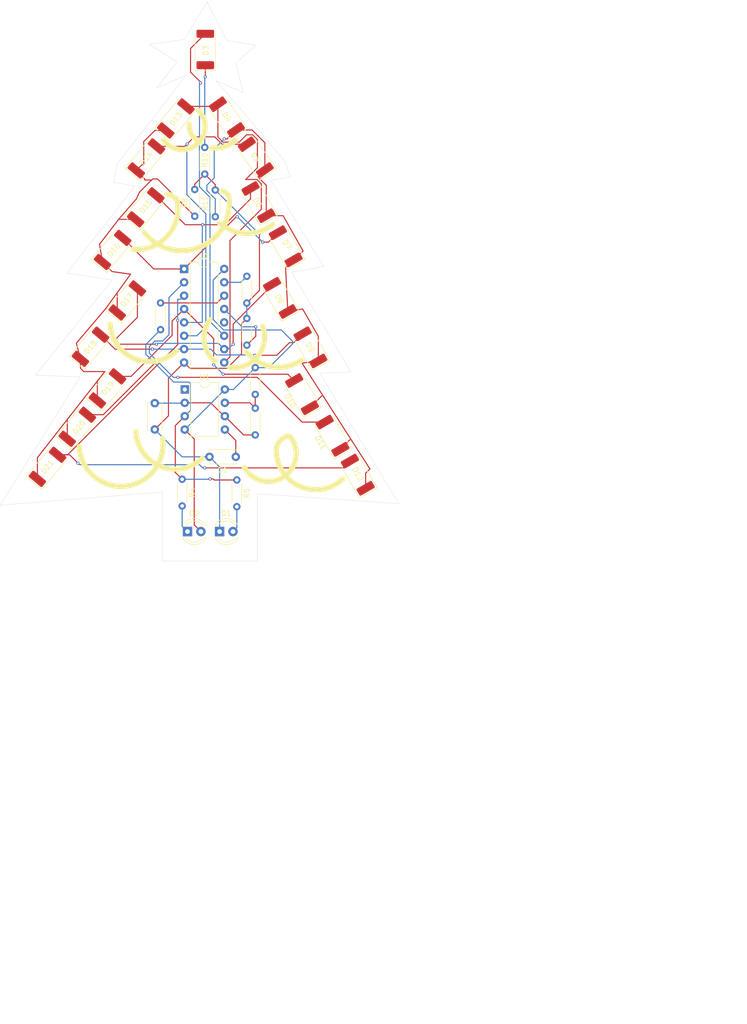
<source format=kicad_pcb>
(kicad_pcb (version 20240108) (generator "pcbnew") (generator_version "8.0")
  (layers (0 "F.Cu" signal) (31 "B.Cu" signal) (34 "B.Paste" user) (35 "F.Paste" user) (36 "B.SilkS" user "B.Silkscreen") (37 "F.SilkS" user "F.Silkscreen") (38 "B.Mask" user) (39 "F.Mask" user) (44 "Edge.Cuts" user))
  (net 0 "")
  (net 1 "Net-(U1-CV)")
  (net 2 "GND")
  (net 3 "Net-(U1-THR)")
  (net 4 "Net-(D1-A)")
  (net 5 "Net-(D2-K)")
  (net 6 "VCC")
  (net 7 "Net-(D3-A)")
  (net 8 "Net-(D3-K)")
  (net 9 "Net-(D10-K)")
  (net 10 "Net-(D13-A)")
  (net 11 "Net-(D14-A)")
  (net 12 "Net-(D15-A)")
  (net 13 "Net-(D16-A)")
  (net 14 "Net-(D17-A)")
  (net 15 "Net-(D18-A)")
  (net 16 "Net-(D10-A)")
  (net 17 "Net-(D11-A)")
  (net 18 "Net-(D12-A)")
  (net 19 "Net-(D13-K)")
  (net 20 "Net-(U2-CLK)")
  (net 21 "Net-(U1-Q)")
  (net 22 "Net-(U1-DIS)")
  (net 23 "Net-(U2-CKEN)")
  (net 24 "Net-(U2-Reset)")
  (net 25 "GND1")
  (footprint "LED_SMD:LED_2512_6332Metric_Pad1.52x3.35mm_HandSolder" (layer "F.Cu") (at 145.41356 60.747217 125)
    (property "Reference" "D4" (at 0.046456 0.015975 125) (layer "F.SilkS"))
    (property "Value" "LED" (hide yes))
    (pad "1" smd roundrect (at -2.9875 0 125) (size 1.525 3.35) (layers "F.Cu" "F.Paste" "F.Mask") (roundrect_rratio 0.163934) (net 9 "Net-(D10-K)"))
    (pad "2" smd roundrect (at 2.9875 0 125) (size 1.525 3.35) (layers "F.Cu" "F.Paste" "F.Mask") (roundrect_rratio 0.163934) (net 10 "Net-(D13-A)"))
  )
  (footprint "LED_SMD:LED_2512_6332Metric_Pad1.52x3.35mm_HandSolder" (layer "F.Cu") (at 155.5 95.1 120)
    (property "Reference" "D8" (at -0.123205 -0.186603 120) (layer "F.SilkS"))
    (property "Value" "LED" (hide yes))
    (pad "1" smd roundrect (at -2.9875 0 120) (size 1.525 3.35) (layers "F.Cu" "F.Paste" "F.Mask") (roundrect_rratio 0.163934) (net 9 "Net-(D10-K)"))
    (pad "2" smd roundrect (at 2.9875 0 120) (size 1.525 3.35) (layers "F.Cu" "F.Paste" "F.Mask") (roundrect_rratio 0.163934) (net 14 "Net-(D17-A)"))
  )
  (footprint "LED_SMD:LED_2512_6332Metric_Pad1.52x3.35mm_HandSolder" (layer "F.Cu") (at 141.3 47.9 90)
    (property "Reference" "D3" (at -0.2 0.1 90) (layer "F.SilkS"))
    (property "Value" "LED")
    (pad "1" smd roundrect (at -2.9875 0 90) (size 1.525 3.35) (layers "F.Cu" "F.Paste" "F.Mask") (roundrect_rratio 0.163934) (net 8 "Net-(D3-K)"))
    (pad "2" smd roundrect (at 2.9875 0 90) (size 1.525 3.35) (layers "F.Cu" "F.Paste" "F.Mask") (roundrect_rratio 0.163934) (net 7 "Net-(D3-A)"))
  )
  (footprint "LED_SMD:LED_2512_6332Metric_Pad1.52x3.35mm_HandSolder" (layer "F.Cu") (at 111.3 127.2 50)
    (property "Reference" "D21" (at 0 0 50) (layer "F.SilkS"))
    (property "Value" "LED")
    (pad "1" smd roundrect (at -2.9875 0 50) (size 1.525 3.35) (layers "F.Cu" "F.Paste" "F.Mask") (roundrect_rratio 0.163934) (net 19 "Net-(D13-K)"))
    (pad "2" smd roundrect (at 2.9875 0 50) (size 1.525 3.35) (layers "F.Cu" "F.Paste" "F.Mask") (roundrect_rratio 0.163934) (net 18 "Net-(D12-A)"))
  )
  (footprint "LED_THT:LED_D4.0mm" (layer "F.Cu") (at 144.025 139.5)
    (property "Reference" "D1" (at 1.27 -3.46 0) (layer "F.SilkS"))
    (property "Value" "LED")
    (pad "1" thru_hole rect (at 0 0) (size 1.8 1.8) (drill 0.9) (layers "*.Cu" "*.Mask") (net 2 "GND"))
    (pad "2" thru_hole circle (at 2.54 0) (size 1.8 1.8) (drill 0.9) (layers "*.Cu" "*.Mask") (net 4 "Net-(D1-A)"))
  )
  (footprint "LED_SMD:LED_2512_6332Metric_Pad1.52x3.35mm_HandSolder" (layer "F.Cu") (at 170.29375 128.687251 120)
    (property "Reference" "D12" (at 0.072437 0.049038 120) (layer "F.SilkS"))
    (property "Value" "LED")
    (pad "1" smd roundrect (at -2.9875 0 120) (size 1.525 3.35) (layers "F.Cu" "F.Paste" "F.Mask") (roundrect_rratio 0.163934) (net 9 "Net-(D10-K)"))
    (pad "2" smd roundrect (at 2.9875 0 120) (size 1.525 3.35) (layers "F.Cu" "F.Paste" "F.Mask") (roundrect_rratio 0.163934) (net 18 "Net-(D12-A)"))
  )
  (footprint "Resistor_THT:R_Axial_DIN0204_L3.6mm_D1.6mm_P5.08mm_Horizontal" (layer "F.Cu") (at 141.2 66.5 -90)
    (property "Reference" "R10" (at 2.4 0 90) (layer "F.SilkS"))
    (property "Value" "2.2K")
    (pad "1" thru_hole circle (at 0 0 270) (size 1.4 1.4) (drill 0.7) (layers "*.Cu" "*.Mask") (net 8 "Net-(D3-K)"))
    (pad "2" thru_hole oval (at 5.08 0 270) (size 1.4 1.4) (drill 0.7) (layers "*.Cu" "*.Mask") (net 2 "GND"))
  )
  (footprint "LED_THT:LED_D4.0mm" (layer "F.Cu") (at 137.925 139.5)
    (property "Reference" "D2" (at 1.27 -3.46 0) (layer "F.SilkS"))
    (property "Value" "LED")
    (pad "1" thru_hole rect (at 0 0) (size 1.8 1.8) (drill 0.9) (layers "*.Cu" "*.Mask") (net 5 "Net-(D2-K)"))
    (pad "2" thru_hole circle (at 2.54 0) (size 1.8 1.8) (drill 0.9) (layers "*.Cu" "*.Mask") (net 6 "VCC"))
  )
  (footprint "Resistor_THT:R_Axial_DIN0204_L3.6mm_D1.6mm_P5.08mm_Horizontal" (layer "F.Cu") (at 150.8 116.06 -90)
    (property "Reference" "R2" (hide yes))
    (property "Value" "10K")
    (pad "1" thru_hole circle (at 0 0 270) (size 1.4 1.4) (drill 0.7) (layers "*.Cu" "*.Mask") (net 22 "Net-(U1-DIS)"))
    (pad "2" thru_hole oval (at 5.08 0 270) (size 1.4 1.4) (drill 0.7) (layers "*.Cu" "*.Mask") (net 3 "Net-(U1-THR)"))
  )
  (footprint "Resistor_THT:R_Axial_DIN0204_L3.6mm_D1.6mm_P5.08mm_Horizontal" (layer "F.Cu") (at 143.2 79.68 90)
    (property "Reference" "R11" (at 2.54 -1.92 90) (layer "F.SilkS"))
    (property "Value" "4.7K")
    (pad "1" thru_hole circle (at 0 0 90) (size 1.4 1.4) (drill 0.7) (layers "*.Cu" "*.Mask") (net 9 "Net-(D10-K)"))
    (pad "2" thru_hole oval (at 5.08 0 90) (size 1.4 1.4) (drill 0.7) (layers "*.Cu" "*.Mask") (net 2 "GND"))
  )
  (footprint "Capacitor_THT:C_Disc_D5.0mm_W2.5mm_P5.00mm" (layer "F.Cu") (at 131.7 115.1 -90)
    (property "Reference" "C2" (hide yes))
    (property "Value" "10u")
    (pad "1" thru_hole circle (at 0 0 270) (size 1.6 1.6) (drill 0.8) (layers "*.Cu" "*.Mask") (net 3 "Net-(U1-THR)"))
    (pad "2" thru_hole circle (at 5 0 270) (size 1.6 1.6) (drill 0.8) (layers "*.Cu" "*.Mask") (net 2 "GND"))
  )
  (footprint "LED_SMD:LED_2512_6332Metric_Pad1.52x3.35mm_HandSolder" (layer "F.Cu") (at 161.3 104.5 120)
    (property "Reference" "D9" (at 0.05 -0.086603 120) (layer "F.SilkS"))
    (property "Value" "LED")
    (pad "1" smd roundrect (at -2.9875 0 120) (size 1.525 3.35) (layers "F.Cu" "F.Paste" "F.Mask") (roundrect_rratio 0.163934) (net 9 "Net-(D10-K)"))
    (pad "2" smd roundrect (at 2.9875 0 120) (size 1.525 3.35) (layers "F.Cu" "F.Paste" "F.Mask") (roundrect_rratio 0.163934) (net 15 "Net-(D18-A)"))
  )
  (footprint "LED_SMD:LED_2512_6332Metric_Pad1.52x3.35mm_HandSolder" (layer "F.Cu") (at 159.69375 113.387251 120)
    (property "Reference" "D10" (at 0 -2.62 120) (layer "F.SilkS"))
    (property "Value" "LED")
    (pad "1" smd roundrect (at -2.9875 0 120) (size 1.525 3.35) (layers "F.Cu" "F.Paste" "F.Mask") (roundrect_rratio 0.163934) (net 9 "Net-(D10-K)"))
    (pad "2" smd roundrect (at 2.9875 0 120) (size 1.525 3.35) (layers "F.Cu" "F.Paste" "F.Mask") (roundrect_rratio 0.163934) (net 16 "Net-(D10-A)"))
  )
  (footprint "LED_SMD:LED_2512_6332Metric_Pad1.52x3.35mm_HandSolder" (layer "F.Cu") (at 116.979672 119.588558 50)
    (property "Reference" "D20" (at 0.120533 0.317019 50) (layer "F.SilkS"))
    (property "Value" "LED")
    (pad "1" smd roundrect (at -2.9875 0 50) (size 1.525 3.35) (layers "F.Cu" "F.Paste" "F.Mask") (roundrect_rratio 0.163934) (net 19 "Net-(D13-K)"))
    (pad "2" smd roundrect (at 2.9875 0 50) (size 1.525 3.35) (layers "F.Cu" "F.Paste" "F.Mask") (roundrect_rratio 0.163934) (net 17 "Net-(D11-A)"))
  )
  (footprint "Resistor_THT:R_Axial_DIN0204_L3.6mm_D1.6mm_P5.08mm_Horizontal" (layer "F.Cu") (at 132.8 101.14 90)
    (property "Reference" "R1" (hide yes))
    (property "Value" "10K")
    (pad "1" thru_hole circle (at 0 0 90) (size 1.4 1.4) (drill 0.7) (layers "*.Cu" "*.Mask") (net 21 "Net-(U1-Q)"))
    (pad "2" thru_hole oval (at 5.08 0 90) (size 1.4 1.4) (drill 0.7) (layers "*.Cu" "*.Mask") (net 20 "Net-(U2-CLK)"))
  )
  (footprint "LED_SMD:LED_2512_6332Metric_Pad1.52x3.35mm_HandSolder" (layer "F.Cu") (at 156.59375 85.287251 120)
    (property "Reference" "D7" (at 0.145642 0.322243 120) (layer "F.SilkS"))
    (property "Value" "LED" (hide yes))
    (pad "1" smd roundrect (at -2.9875 0 120) (size 1.525 3.35) (layers "F.Cu" "F.Paste" "F.Mask") (roundrect_rratio 0.163934) (net 9 "Net-(D10-K)"))
    (pad "2" smd roundrect (at 2.9875 0 120) (size 1.525 3.35) (layers "F.Cu" "F.Paste" "F.Mask") (roundrect_rratio 0.163934) (net 13 "Net-(D16-A)"))
  )
  (footprint "LED_SMD:LED_2512_6332Metric_Pad1.52x3.35mm_HandSolder" (layer "F.Cu") (at 151.4 76.9 120)
    (property "Reference" "D6" (at 0.013397 -0.223205 120) (layer "F.SilkS"))
    (property "Value" "LED" (hide yes))
    (pad "1" smd roundrect (at -2.9875 0 120) (size 1.525 3.35) (layers "F.Cu" "F.Paste" "F.Mask") (roundrect_rratio 0.163934) (net 9 "Net-(D10-K)"))
    (pad "2" smd roundrect (at 2.9875 0 120) (size 1.525 3.35) (layers "F.Cu" "F.Paste" "F.Mask") (roundrect_rratio 0.163934) (net 12 "Net-(D15-A)"))
  )
  (footprint "LED_SMD:LED_2512_6332Metric_Pad1.52x3.35mm_HandSolder" (layer "F.Cu") (at 150.91356 68.347217 125)
    (property "Reference" "D5" (at 0.021898 -0.123298 125) (layer "F.SilkS"))
    (property "Value" "LED" (hide yes))
    (pad "1" smd roundrect (at -2.9875 0 125) (size 1.525 3.35) (layers "F.Cu" "F.Paste" "F.Mask") (roundrect_rratio 0.163934) (net 9 "Net-(D10-K)"))
    (pad "2" smd roundrect (at 2.9875 0 125) (size 1.525 3.35) (layers "F.Cu" "F.Paste" "F.Mask") (roundrect_rratio 0.163934) (net 11 "Net-(D14-A)"))
  )
  (footprint "LED_SMD:LED_2512_6332Metric_Pad1.52x3.35mm_HandSolder" (layer "F.Cu") (at 129.979672 77.888558 50)
    (property "Reference" "D15" (at 0.15751 -0.105631 50) (layer "F.SilkS"))
    (property "Value" "LED")
    (pad "1" smd roundrect (at -2.9875 0 50) (size 1.525 3.35) (layers "F.Cu" "F.Paste" "F.Mask") (roundrect_rratio 0.163934) (net 19 "Net-(D13-K)"))
    (pad "2" smd roundrect (at 2.9875 0 50) (size 1.525 3.35) (layers "F.Cu" "F.Paste" "F.Mask") (roundrect_rratio 0.163934) (net 12 "Net-(D15-A)"))
  )
  (footprint "LED_SMD:LED_2512_6332Metric_Pad1.52x3.35mm_HandSolder" (layer "F.Cu") (at 119.479672 104.388558 50)
    (property "Reference" "D18" (at -0.072303 0.087206 50) (layer "F.SilkS"))
    (property "Value" "LED")
    (pad "1" smd roundrect (at -2.9875 0 50) (size 1.525 3.35) (layers "F.Cu" "F.Paste" "F.Mask") (roundrect_rratio 0.163934) (net 19 "Net-(D13-K)"))
    (pad "2" smd roundrect (at 2.9875 0 50) (size 1.525 3.35) (layers "F.Cu" "F.Paste" "F.Mask") (roundrect_rratio 0.163934) (net 15 "Net-(D18-A)"))
  )
  (footprint "LED_SMD:LED_2512_6332Metric_Pad1.52x3.35mm_HandSolder" (layer "F.Cu") (at 135.7 61 50)
    (property "Reference" "D13" (at -0.076604 0.064279 50) (layer "F.SilkS"))
    (property "Value" "LED")
    (pad "1" smd roundrect (at -2.987499 -0.000001 50) (size 1.525 3.35) (layers "F.Cu" "F.Paste" "F.Mask") (roundrect_rratio 0.163934) (net 19 "Net-(D13-K)"))
    (pad "2" smd roundrect (at 2.987499 0.000001 50) (size 1.525 3.35) (layers "F.Cu" "F.Paste" "F.Mask") (roundrect_rratio 0.163934) (net 10 "Net-(D13-A)"))
  )
  (footprint "Resistor_THT:R_Axial_DIN0204_L3.6mm_D1.6mm_P5.08mm_Horizontal" (layer "F.Cu") (at 136.9 129.56 -90)
    (property "Reference" "R4" (at 2.54 -1.92 90) (layer "F.SilkS"))
    (property "Value" "4.7K")
    (pad "1" thru_hole circle (at 0 0 270) (size 1.4 1.4) (drill 0.7) (layers "*.Cu" "*.Mask") (net 21 "Net-(U1-Q)"))
    (pad "2" thru_hole oval (at 5.08 0 270) (size 1.4 1.4) (drill 0.7) (layers "*.Cu" "*.Mask") (net 5 "Net-(D2-K)"))
  )
  (footprint "Package_DIP:DIP-16_W7.62mm" (layer "F.Cu") (at 137.28 89.6)
    (property "Reference" "U2" (at 3.81 -2.33 0) (layer "F.SilkS"))
    (property "Value" "4017")
    (pad "1" thru_hole rect (at 0 0) (size 1.6 1.6) (drill 0.8) (layers "*.Cu" "*.Mask") (net 13 "Net-(D16-A)"))
    (pad "2" thru_hole oval (at 0 2.54) (size 1.6 1.6) (drill 0.8) (layers "*.Cu" "*.Mask") (net 17 "Net-(D11-A)"))
    (pad "3" thru_hole oval (at 0 5.08) (size 1.6 1.6) (drill 0.8) (layers "*.Cu" "*.Mask") (net 18 "Net-(D12-A)"))
    (pad "4" thru_hole oval (at 0 7.62) (size 1.6 1.6) (drill 0.8) (layers "*.Cu" "*.Mask") (net 16 "Net-(D10-A)"))
    (pad "5" thru_hole oval (at 0 10.16) (size 1.6 1.6) (drill 0.8) (layers "*.Cu" "*.Mask") (net 12 "Net-(D15-A)"))
    (pad "6" thru_hole oval (at 0 12.7) (size 1.6 1.6) (drill 0.8) (layers "*.Cu" "*.Mask") (net 11 "Net-(D14-A)"))
    (pad "7" thru_hole oval (at 0 15.24) (size 1.6 1.6) (drill 0.8) (layers "*.Cu" "*.Mask") (net 15 "Net-(D18-A)"))
    (pad "8" thru_hole oval (at 0 17.78) (size 1.6 1.6) (drill 0.8) (layers "*.Cu" "*.Mask") (net 2 "GND"))
    (pad "9" thru_hole oval (at 7.62 17.78) (size 1.6 1.6) (drill 0.8) (layers "*.Cu" "*.Mask") (net 10 "Net-(D13-A)"))
    (pad "10" thru_hole oval (at 7.62 15.24) (size 1.6 1.6) (drill 0.8) (layers "*.Cu" "*.Mask") (net 14 "Net-(D17-A)"))
    (pad "11" thru_hole oval (at 7.62 12.7) (size 1.6 1.6) (drill 0.8) (layers "*.Cu" "*.Mask") (net 7 "Net-(D3-A)"))
    (pad "12" thru_hole oval (at 7.62 10.16) (size 1.6 1.6) (drill 0.8) (layers "*.Cu" "*.Mask"))
    (pad "13" thru_hole oval (at 7.62 7.62) (size 1.6 1.6) (drill 0.8) (layers "*.Cu" "*.Mask") (net 23 "Net-(U2-CKEN)"))
    (pad "14" thru_hole oval (at 7.62 5.08) (size 1.6 1.6) (drill 0.8) (layers "*.Cu" "*.Mask") (net 20 "Net-(U2-CLK)"))
    (pad "15" thru_hole oval (at 7.62 2.54) (size 1.6 1.6) (drill 0.8) (layers "*.Cu" "*.Mask") (net 24 "Net-(U2-Reset)"))
    (pad "16" thru_hole oval (at 7.62 0) (size 1.6 1.6) (drill 0.8) (layers "*.Cu" "*.Mask") (net 6 "VCC"))
  )
  (footprint "Resistor_THT:R_Axial_DIN0204_L3.6mm_D1.6mm_P5.08mm_Horizontal" (layer "F.Cu") (at 149.2 99 -90)
    (property "Reference" "R6" (hide yes))
    (property "Value" "10K")
    (pad "1" thru_hole circle (at 0 0 270) (size 1.4 1.4) (drill 0.7) (layers "*.Cu" "*.Mask") (net 2 "GND"))
    (pad "2" thru_hole oval (at 5.08 0 270) (size 1.4 1.4) (drill 0.7) (layers "*.Cu" "*.Mask") (net 23 "Net-(U2-CKEN)"))
  )
  (footprint "Resistor_THT:R_Axial_DIN0204_L3.6mm_D1.6mm_P5.08mm_Horizontal" (layer "F.Cu") (at 147.3 129.7 -90)
    (property "Reference" "R5" (at 2.54 -1.92 90) (layer "F.SilkS"))
    (property "Value" "4.7K")
    (pad "1" thru_hole circle (at 0 0 270) (size 1.4 1.4) (drill 0.7) (layers "*.Cu" "*.Mask") (net 21 "Net-(U1-Q)"))
    (pad "2" thru_hole oval (at 5.08 0 270) (size 1.4 1.4) (drill 0.7) (layers "*.Cu" "*.Mask") (net 4 "Net-(D1-A)"))
  )
  (footprint "Resistor_THT:R_Axial_DIN0204_L3.6mm_D1.6mm_P5.08mm_Horizontal" (layer "F.Cu") (at 149.2 96.08 90)
    (property "Reference" "R7" (hide yes))
    (property "Value" "10K")
    (pad "1" thru_hole circle (at 0 0 90) (size 1.4 1.4) (drill 0.7) (layers "*.Cu" "*.Mask") (net 2 "GND"))
    (pad "2" thru_hole oval (at 5.08 0 90) (size 1.4 1.4) (drill 0.7) (layers "*.Cu" "*.Mask") (net 24 "Net-(U2-Reset)"))
  )
  (footprint "Capacitor_THT:C_Disc_D5.0mm_W2.5mm_P5.00mm" (layer "F.Cu") (at 147.1 125.3 180)
    (property "Reference" "C1" (at 2.5 -2.5 360) (layer "F.SilkS"))
    (property "Value" "C")
    (pad "1" thru_hole circle (at 0 0 180) (size 1.6 1.6) (drill 0.8) (layers "*.Cu" "*.Mask") (net 1 "Net-(U1-CV)"))
    (pad "2" thru_hole circle (at 5 0 180) (size 1.6 1.6) (drill 0.8) (layers "*.Cu" "*.Mask") (net 2 "GND"))
  )
  (footprint "LED_SMD:LED_2512_6332Metric_Pad1.52x3.35mm_HandSolder" (layer "F.Cu") (at 130.1 68.6 50)
    (property "Reference" "D14" (at 0 0 50) (layer "F.SilkS"))
    (property "Value" "LED")
    (pad "1" smd roundrect (at -2.9875 0 50) (size 1.525 3.35) (layers "F.Cu" "F.Paste" "F.Mask") (roundrect_rratio 0.163934) (net 19 "Net-(D13-K)"))
    (pad "2" smd roundrect (at 2.9875 0 50) (size 1.525 3.35) (layers "F.Cu" "F.Paste" "F.Mask") (roundrect_rratio 0.163934) (net 11 "Net-(D14-A)"))
  )
  (footprint "LED_SMD:LED_2512_6332Metric_Pad1.52x3.35mm_HandSolder" (layer "F.Cu") (at 165.49375 121.287251 120)
    (property "Reference" "D11" (at 0 -2.62 120) (layer "F.SilkS"))
    (property "Value" "LED")
    (pad "1" smd roundrect (at -2.9875 0 120) (size 1.525 3.35) (layers "F.Cu" "F.Paste" "F.Mask") (roundrect_rratio 0.163934) (net 9 "Net-(D10-K)"))
    (pad "2" smd roundrect (at 2.9875 0 120) (size 1.525 3.35) (layers "F.Cu" "F.Paste" "F.Mask") (roundrect_rratio 0.163934) (net 17 "Net-(D11-A)"))
  )
  (footprint "LED_SMD:LED_2512_6332Metric_Pad1.52x3.35mm_HandSolder" (layer "F.Cu") (at 126.479672 95.588558 50)
    (property "Reference" "D17" (at 0.016627 -0.117956 50) (layer "F.SilkS"))
    (property "Value" "LED")
    (pad "1" smd roundrect (at -2.9875 0 50) (size 1.525 3.35) (layers "F.Cu" "F.Paste" "F.Mask") (roundrect_rratio 0.163934) (net 19 "Net-(D13-K)"))
    (pad "2" smd roundrect (at 2.9875 0 50) (size 1.525 3.35) (layers "F.Cu" "F.Paste" "F.Mask") (roundrect_rratio 0.163934) (net 14 "Net-(D17-A)"))
  )
  (footprint "Resistor_THT:R_Axial_DIN0204_L3.6mm_D1.6mm_P5.08mm_Horizontal" (layer "F.Cu") (at 150.8 113.44 90)
    (property "Reference" "R3" (hide yes))
    (property "Value" "10K")
    (pad "1" thru_hole circle (at 0 0 90) (size 1.4 1.4) (drill 0.7) (layers "*.Cu" "*.Mask") (net 22 "Net-(U1-DIS)"))
    (pad "2" thru_hole oval (at 5.08 0 90) (size 1.4 1.4) (drill 0.7) (layers "*.Cu" "*.Mask") (net 6 "VCC"))
  )
  (footprint "LED_SMD:LED_2512_6332Metric_Pad1.52x3.35mm_HandSolder" (layer "F.Cu") (at 122.7 112.3 50)
    (property "Reference" "D19" (at 0.064279 0.076604 50) (layer "F.SilkS"))
    (property "Value" "LED")
    (pad "1" smd roundrect (at -2.9875 0 50) (size 1.525 3.35) (layers "F.Cu" "F.Paste" "F.Mask") (roundrect_rratio 0.163934) (net 19 "Net-(D13-K)"))
    (pad "2" smd roundrect (at 2.9875 0 50) (size 1.525 3.35) (layers "F.Cu" "F.Paste" "F.Mask") (roundrect_rratio 0.163934) (net 16 "Net-(D10-A)"))
  )
  (footprint "LED_SMD:LED_2512_6332Metric_Pad1.52x3.35mm_HandSolder" (layer "F.Cu") (at 123.679672 85.988558 50)
    (property "Reference" "D16" (at 0.132859 0.176136 50) (layer "F.SilkS"))
    (property "Value" "LED")
    (pad "1" smd roundrect (at -2.9875 0 50) (size 1.525 3.35) (layers "F.Cu" "F.Paste" "F.Mask") (roundrect_rratio 0.163934) (net 19 "Net-(D13-K)"))
    (pad "2" smd roundrect (at 2.9875 0 50) (size 1.525 3.35) (layers "F.Cu" "F.Paste" "F.Mask") (roundrect_rratio 0.163934) (net 13 "Net-(D16-A)"))
  )
  (footprint "Package_DIP:DIP-8_W7.62mm" (layer "F.Cu") (at 137.4 112.5)
    (property "Reference" "U1" (at 3.81 -2.33 0) (layer "F.SilkS"))
    (property "Value" "NE555P")
    (pad "1" thru_hole rect (at 0 0) (size 1.6 1.6) (drill 0.8) (layers "*.Cu" "*.Mask") (net 25 "GND1"))
    (pad "2" thru_hole oval (at 0 2.54) (size 1.6 1.6) (drill 0.8) (layers "*.Cu" "*.Mask") (net 3 "Net-(U1-THR)"))
    (pad "3" thru_hole oval (at 0 5.08) (size 1.6 1.6) (drill 0.8) (layers "*.Cu" "*.Mask") (net 21 "Net-(U1-Q)"))
    (pad "4" thru_hole oval (at 0 7.62) (size 1.6 1.6) (drill 0.8) (layers "*.Cu" "*.Mask") (net 6 "VCC"))
    (pad "5" thru_hole oval (at 7.62 7.62) (size 1.6 1.6) (drill 0.8) (layers "*.Cu" "*.Mask") (net 1 "Net-(U1-CV)"))
    (pad "6" thru_hole oval (at 7.62 5.08) (size 1.6 1.6) (drill 0.8) (layers "*.Cu" "*.Mask") (net 3 "Net-(U1-THR)"))
    (pad "7" thru_hole oval (at 7.62 2.54) (size 1.6 1.6) (drill 0.8) (layers "*.Cu" "*.Mask") (net 22 "Net-(U1-DIS)"))
    (pad "8" thru_hole oval (at 7.62 0) (size 1.6 1.6) (drill 0.8) (layers "*.Cu" "*.Mask") (net 6 "VCC"))
  )
  (footprint "Resistor_THT:R_Axial_DIN0204_L3.6mm_D1.6mm_P5.08mm_Horizontal" (layer "F.Cu") (at 139.3 79.58 90)
    (property "Reference" "R8" (at 2.54 -1.92 90) (layer "F.SilkS"))
    (property "Value" "4.7K")
    (pad "1" thru_hole circle (at 0 0 90) (size 1.4 1.4) (drill 0.7) (layers "*.Cu" "*.Mask") (net 19 "Net-(D13-K)"))
    (pad "2" thru_hole oval (at 5.08 0 90) (size 1.4 1.4) (drill 0.7) (layers "*.Cu" "*.Mask") (net 2 "GND"))
  )
  (gr_arc (start 159.7 106.899999) (mid 154.078947 108.18817) (end 149.076809 105.318635) (stroke (width 1)) (layer "F.SilkS"))
  (gr_arc (start 143.100001 107.099999) (mid 141.09076 103.374217) (end 142.176862 99.282898) (stroke (width 1)) (layer "F.SilkS"))
  (gr_arc (start 152.20518 100.513863) (mid 151.269716 106.20235) (end 145.9 108.3) (stroke (width 1)) (layer "F.SilkS"))
  (gr_arc (start 147.08272 65.160451) (mid 144.946139 66.372955) (end 142.5 66.6) (stroke (width 1)) (layer "F.SilkS"))
  (gr_arc (start 145.782081 75.799201) (mid 140.399999 85.400001) (end 129.732143 82.690945) (stroke (width 1)) (layer "F.SilkS"))
  (gr_arc (start 167.437912 129.510514) (mid 159.5 131) (end 154.801063 124.431209) (stroke (width 1)) (layer "F.SilkS"))
  (gr_arc (start 144.460064 74.719807) (mid 145.220105 75.138211) (end 145.78208 75.799201) (stroke (width 1)) (layer "F.SilkS"))
  (gr_arc (start 128.8 85.8) (mid 128.8 85.8) (end 128.8 85.8) (stroke (width 0.1)) (layer "F.SilkS"))
  (gr_arc (start 154.149478 81.164535) (mid 149.027941 82.827792) (end 144 80.9) (stroke (width 1)) (layer "F.SilkS"))
  (gr_arc (start 135.921897 76.3951) (mid 134.154186 83.269961) (end 127.550675 85.87422) (stroke (width 1)) (layer "F.SilkS"))
  (gr_arc (start 139.999999 59.500001) (mid 139.721475 65.903432) (end 133.360906 65.113079) (stroke (width 1)) (layer "F.SilkS"))
  (gr_arc (start 140.4 65.499999) (mid 138.740788 64.134834) (end 138.236099 62.046306) (stroke (width 1)) (layer "F.SilkS"))
  (gr_arc (start 133.2 121.8) (mid 126.079923 130.872633) (end 117.332861 123.356179) (stroke (width 1)) (layer "F.SilkS"))
  (gr_arc (start 135.836849 105.179305) (mid 127.898937 106.668791) (end 123.2 100.1) (stroke (width 1)) (layer "F.SilkS"))
  (gr_arc (start 140.737912 125.610514) (mid 132.8 127.1) (end 128.101063 120.531209) (stroke (width 1)) (layer "F.SilkS"))
  (gr_arc (start 154.801064 124.431209) (mid 155.408279 122.358648) (end 157.313163 121.340986) (stroke (width 1)) (layer "F.SilkS"))
  (gr_arc (start 157.696501 121.768999) (mid 156.067372 129.201293) (end 148.700001 127.3) (stroke (width 1)) (layer "F.SilkS"))
  (gr_arc (start 134 75.400001) (mid 135.090269 75.766481) (end 135.886224 76.596811) (stroke (width 1)) (layer "F.SilkS"))
  (gr_poly (pts (xy 141.7 39) (xy 145.4 46.2) (xy 150.9 47.1) (xy 147.1 50.5) (xy 148.5 56.1) (xy 143.3 53.8) (xy 144.4 55) (xy 156.4 69.1) (xy 157.5 72.1) (xy 153.8 72.8) (xy 163.8 89.1) (xy 159.8 89.9) (xy 157.7 90.2) (xy 169 109.2) (xy 163.1 109.4) (xy 178.1 134.2) (xy 151.2 132.3) (xy 151.2 145.1) (xy 133.1 145.1) (xy 133.1 132) (xy 102.3 134.5) (xy 117.5 110.1) (xy 109 109.8) (xy 123.6 91.7) (xy 115 90.4) (xy 127.9 73.9) (xy 123.9 73.1) (xy 124.5 69.7) (xy 136 55) (xy 137.6 52.8) (xy 132.1 55.2) (xy 135.9 50.3) (xy 130.7 46.9) (xy 137.3 46) (xy 141.7 38.8)) (stroke (width 0.05)) (fill none) (layer "Edge.Cuts"))
  (segment (start 147.1 122.2) (end 145.02 120.12) (width 0.2) (layer "F.Cu") (net 1))
  (segment (start 147.1 125.3) (end 147.1 122.2) (width 0.2) (layer "F.Cu") (net 1))
  (segment (start 131.7 120.1) (end 134.3 117.5) (width 0.2) (layer "F.Cu") (net 2))
  (segment (start 143.2 73.58) (end 143.2 74.6) (width 0.2) (layer "F.Cu") (net 2))
  (segment (start 148.2 100) (end 148.2 105.7) (width 0.2) (layer "F.Cu") (net 2))
  (segment (start 134.3 110.36) (end 137.28 107.38) (width 0.2) (layer "F.Cu") (net 2))
  (segment (start 139.3 73.48) (end 141.2 71.58) (width 0.2) (layer "F.Cu") (net 2))
  (segment (start 148.2 105.7) (end 145.42 108.48) (width 0.2) (layer "F.Cu") (net 2))
  (segment (start 139.3 74.5) (end 139.3 73.48) (width 0.2) (layer "F.Cu") (net 2))
  (segment (start 151.6 93.68) (end 149.2 96.08) (width 0.2) (layer "F.Cu") (net 2))
  (segment (start 138.38 108.48) (end 137.28 107.38) (width 0.2) (layer "F.Cu") (net 2))
  (segment (start 141.2 71.58) (end 143.2 73.58) (width 0.2) (layer "F.Cu") (net 2))
  (segment (start 149.2 99) (end 148.2 100) (width 0.2) (layer "F.Cu") (net 2))
  (segment (start 151.6 82.8) (end 151.6 93.68) (width 0.2) (layer "F.Cu") (net 2))
  (segment (start 134.3 117.5) (end 134.3 110.36) (width 0.2) (layer "F.Cu") (net 2))
  (segment (start 145.42 108.48) (end 138.38 108.48) (width 0.2) (layer "F.Cu") (net 2))
  (via (at 151.6 82.8) (size 0.6) (drill 0.3) (layers "F.Cu" "B.Cu") (net 2))
  (segment (start 144.025 127.225) (end 142.1 125.3) (width 0.2) (layer "B.Cu") (net 2))
  (segment (start 136.9 125.3) (end 142.1 125.3) (width 0.2) (layer "B.Cu") (net 2))
  (segment (start 151.4 82.8) (end 151.6 82.8) (width 0.2) (layer "B.Cu") (net 2))
  (segment (start 144.025 139.5) (end 144.025 127.225) (width 0.2) (layer "B.Cu") (net 2))
  (segment (start 131.7 120.1) (end 136.9 125.3) (width 0.2) (layer "B.Cu") (net 2))
  (segment (start 143.2 74.6) (end 151.4 82.8) (width 0.2) (layer "B.Cu") (net 2))
  (segment (start 149.2 96.08) (end 149.2 99) (width 0.2) (layer "B.Cu") (net 2))
  (segment (start 145.02 117.58) (end 144.88 117.58) (width 0.2) (layer "F.Cu") (net 3))
  (segment (start 148.58 121.14) (end 145.02 117.58) (width 0.2) (layer "F.Cu") (net 3))
  (segment (start 142.34 115.04) (end 137.4 115.04) (width 0.2) (layer "F.Cu") (net 3))
  (segment (start 150.8 121.14) (end 148.58 121.14) (width 0.2) (layer "F.Cu") (net 3))
  (segment (start 144.88 117.58) (end 142.34 115.04) (width 0.2) (layer "F.Cu") (net 3))
  (segment (start 131.7 115.1) (end 137.34 115.1) (width 0.2) (layer "B.Cu") (net 3))
  (segment (start 137.34 115.1) (end 137.4 115.04) (width 0.2) (layer "B.Cu") (net 3))
  (segment (start 147.3 134.78) (end 147.3 138.765) (width 0.2) (layer "B.Cu") (net 4))
  (segment (start 147.3 138.765) (end 146.565 139.5) (width 0.2) (layer "B.Cu") (net 4))
  (segment (start 136.9 134.64) (end 136.9 138.475) (width 0.2) (layer "B.Cu") (net 5))
  (segment (start 136.9 138.475) (end 137.925 139.5) (width 0.2) (layer "B.Cu") (net 5))
  (segment (start 139.2 121.92) (end 137.4 120.12) (width 0.2) (layer "F.Cu") (net 6))
  (segment (start 140.465 139.5) (end 139.2 138.235) (width 0.2) (layer "F.Cu") (net 6))
  (segment (start 139.2 138.235) (end 139.2 121.92) (width 0.2) (layer "F.Cu") (net 6))
  (segment (start 155.748529 101.2) (end 157.9 103.351471) (width 0.2) (layer "B.Cu") (net 6))
  (segment (start 157.9 103.351471) (end 157.9 103.848529) (width 0.2) (layer "B.Cu") (net 6))
  (segment (start 137.4 120.12) (end 145.02 112.5) (width 0.2) (layer "B.Cu") (net 6))
  (segment (start 144.784365 101.2) (end 155.748529 101.2) (width 0.2) (layer "B.Cu") (net 6))
  (segment (start 157.9 103.848529) (end 153.388529 108.36) (width 0.2) (layer "B.Cu") (net 6))
  (segment (start 144.9 89.6) (end 142.8 91.7) (width 0.2) (layer "B.Cu") (net 6))
  (segment (start 142.8 91.7) (end 142.8 99.215635) (width 0.2) (layer "B.Cu") (net 6))
  (segment (start 145.02 112.5) (end 146.66 112.5) (width 0.2) (layer "B.Cu") (net 6))
  (segment (start 153.388529 108.36) (end 150.8 108.36) (width 0.2) (layer "B.Cu") (net 6))
  (segment (start 142.8 99.215635) (end 144.784365 101.2) (width 0.2) (layer "B.Cu") (net 6))
  (segment (start 146.66 112.5) (end 150.8 108.36) (width 0.2) (layer "B.Cu") (net 6))
  (segment (start 140.4 54.1) (end 140.4 54.3) (width 0.2) (layer "F.Cu") (net 7))
  (segment (start 138.5 47.7125) (end 138.5 52.2) (width 0.2) (layer "F.Cu") (net 7))
  (segment (start 138.5 52.2) (end 140.4 54.1) (width 0.2) (layer "F.Cu") (net 7))
  (segment (start 141.3 44.9125) (end 138.5 47.7125) (width 0.2) (layer "F.Cu") (net 7))
  (via (at 140.4 54.3) (size 0.6) (drill 0.3) (layers "F.Cu" "B.Cu") (net 7))
  (segment (start 140.2 73.985786) (end 142.2 75.985786) (width 0.2) (layer "B.Cu") (net 7))
  (segment (start 140.4 54.3) (end 140.2 54.5) (width 0.2) (layer "B.Cu") (net 7))
  (segment (start 140.2 54.5) (end 140.2 73.985786) (width 0.2) (layer "B.Cu") (net 7))
  (segment (start 142.2 75.985786) (end 142.2 99.6) (width 0.2) (layer "B.Cu") (net 7))
  (segment (start 142.2 99.6) (end 144.9 102.3) (width 0.2) (layer "B.Cu") (net 7))
  (segment (start 141.3 53.1) (end 141.3 50.8875) (width 0.2) (layer "F.Cu") (net 8))
  (via (at 141.3 53.1) (size 0.6) (drill 0.3) (layers "F.Cu" "B.Cu") (net 8))
  (segment (start 141.2 66.5) (end 141.2 53.2) (width 0.2) (layer "B.Cu") (net 8))
  (segment (start 141.2 53.2) (end 141.3 53.1) (width 0.2) (layer "B.Cu") (net 8))
  (segment (start 171.7875 128.4125) (end 172.6 127.6) (width 0.2) (layer "F.Cu") (net 9))
  (segment (start 145.428662 64.892892) (end 147.12712 63.194434) (width 0.2) (layer "F.Cu") (net 9))
  (segment (start 159.8 97.2) (end 162.79375 102.4) (width 0.2) (layer "F.Cu") (net 9))
  (segment (start 161.1875 115.974502) (end 163.449275 113.712727) (width 0.2) (layer "F.Cu") (net 9))
  (segment (start 163.449275 113.712727) (end 163.687273 113.712727) (width 0.2) (layer "F.Cu") (net 9))
  (segment (start 147.12712 63.194434) (end 150.194434 63.194434) (width 0.2) (layer "F.Cu") (net 9))
  (segment (start 168.926548 121.935454) (end 168.964546 121.935454) (width 0.2) (layer "F.Cu") (net 9))
  (segment (start 162.79375 107.087251) (end 159.7 107.5) (width 0.2) (layer "F.Cu") (net 9))
  (segment (start 152.89375 73.715304) (end 152.89375 79.487251) (width 0.2) (layer "F.Cu") (net 9))
  (segment (start 152.62712 65.62712) (end 152.62712 70.794434) (width 0.2) (layer "F.Cu") (net 9))
  (segment (start 159.7 107.5) (end 163.687273 113.712727) (width 0.2) (layer "F.Cu") (net 9))
  (segment (start 156.562002 89.4) (end 156.99375 97.687251) (width 0.2) (layer "F.Cu") (net 9))
  (segment (start 151.3 72.121554) (end 152.89375 73.715304) (width 0.2) (layer "F.Cu") (net 9))
  (segment (start 166.9875 123.874502) (end 168.926548 121.935454) (width 0.2) (layer "F.Cu") (net 9))
  (segment (start 162.79375 102.4) (end 162.79375 107.087251) (width 0.2) (layer "F.Cu") (net 9))
  (segment (start 156.99375 97.687251) (end 159.8 97.2) (width 0.2) (layer "F.Cu") (net 9))
  (segment (start 163.687273 113.712727) (end 168.964546 121.935454) (width 0.2) (layer "F.Cu") (net 9))
  (segment (start 152.89375 79.487251) (end 156.1 79.487251) (width 0.2) (layer "F.Cu") (net 9))
  (segment (start 156.1 79.487251) (end 159.9 86.2) (width 0.2) (layer "F.Cu") (net 9))
  (segment (start 159.9 86.2) (end 158.0875 87.874502) (width 0.2) (layer "F.Cu") (net 9))
  (segment (start 171.7875 131.274502) (end 171.7875 128.4125) (width 0.2) (layer "F.Cu") (net 9))
  (segment (start 168.964546 121.935454) (end 172.6 127.6) (width 0.2) (layer "F.Cu") (net 9))
  (segment (start 150.194434 63.194434) (end 152.62712 65.62712) (width 0.2) (layer "F.Cu") (net 9))
  (segment (start 152.62712 70.794434) (end 151.3 72.121554) (width 0.2) (layer "F.Cu") (net 9))
  (segment (start 144.907108 64.892892) (end 145.428662 64.892892) (width 0.2) (layer "F.Cu") (net 9))
  (segment (start 158.0875 87.874502) (end 156.562002 89.4) (width 0.2) (layer "F.Cu") (net 9))
  (via (at 144.907108 64.892892) (size 0.6) (drill 0.3) (layers "F.Cu" "B.Cu") (net 9))
  (segment (start 143 72.3) (end 143 66.8) (width 0.2) (layer "B.Cu") (net 9))
  (segment (start 143 66.8) (end 144.907108 64.892892) (width 0.2) (layer "B.Cu") (net 9))
  (segment (start 143.2 79.68) (end 143.2 76.3) (width 0.2) (layer "B.Cu") (net 9))
  (segment (start 141.6 73.7) (end 143 72.3) (width 0.2) (layer "B.Cu") (net 9))
  (segment (start 141.6 74.7) (end 141.6 73.7) (width 0.2) (layer "B.Cu") (net 9))
  (segment (start 143.2 76.3) (end 141.6 74.7) (width 0.2) (layer "B.Cu") (net 9))
  (segment (start 151.212275 65.023287) (end 151.212275 70.367069) (width 0.2) (layer "F.Cu") (net 10))
  (segment (start 148.975651 72.603693) (end 151.11303 72.603693) (width 0.2) (layer "F.Cu") (net 10))
  (segment (start 143.288557 58.711443) (end 143.7 58.3) (width 0.2) (layer "F.Cu") (net 10))
  (segment (start 144.665686 65.5) (end 147.75779 65.5) (width 0.2) (layer "F.Cu") (net 10))
  (segment (start 151.11303 72.603693) (end 151.949304 73.439967) (width 0.2) (layer "F.Cu") (net 10))
  (segment (start 143.7 64.534314) (end 144.665686 65.5) (width 0.2) (layer "F.Cu") (net 10))
  (segment (start 151.212275 70.367069) (end 148.975651 72.603693) (width 0.2) (layer "F.Cu") (net 10))
  (segment (start 150.300801 64.111813) (end 151.212275 65.023287) (width 0.2) (layer "F.Cu") (net 10))
  (segment (start 151.949304 73.439967) (end 151.949304 78.250696) (width 0.2) (layer "F.Cu") (net 10))
  (segment (start 137.620328 58.711443) (end 143.288557 58.711443) (width 0.2) (layer "F.Cu") (net 10))
  (segment (start 146 84.2) (end 146 106.28) (width 0.2) (layer "F.Cu") (net 10))
  (segment (start 149.145977 64.111813) (end 150.300801 64.111813) (width 0.2) (layer "F.Cu") (net 10))
  (segment (start 147.75779 65.5) (end 149.145977 64.111813) (width 0.2) (layer "F.Cu") (net 10))
  (segment (start 143.7 58.3) (end 143.7 64.534314) (width 0.2) (layer "F.Cu") (net 10))
  (segment (start 146 106.28) (end 144.9 107.38) (width 0.2) (layer "F.Cu") (net 10))
  (segment (start 151.949304 78.250696) (end 146 84.2) (width 0.2) (layer "F.Cu") (net 10))
  (segment (start 143.1 64.5) (end 144.5 65.9) (width 0.2) (layer "F.Cu") (net 11))
  (segment (start 139.2 64.5) (end 143.1 64.5) (width 0.2) (layer "F.Cu") (net 11))
  (segment (start 132.020328 66.311442) (end 137.388558 66.311442) (width 0.2) (layer "F.Cu") (net 11))
  (segment (start 137.85 65.85) (end 139.2 64.5) (width 0.2) (layer "F.Cu") (net 11))
  (segment (start 144.5 65.9) (end 149.2 65.9) (width 0.2) (layer "F.Cu") (net 11))
  (segment (start 137.388558 66.311442) (end 137.85 65.85) (width 0.2) (layer "F.Cu") (net 11))
  (via (at 137.85 65.85) (size 0.6) (drill 0.3) (layers "F.Cu" "B.Cu") (net 11))
  (segment (start 137.8 65.9) (end 137.85 65.85) (width 0.2) (layer "B.Cu") (net 11))
  (segment (start 137.8 75.5) (end 137.8 65.9) (width 0.2) (layer "B.Cu") (net 11))
  (segment (start 137.28 102.3) (end 139.7 102.3) (width 0.2) (layer "B.Cu") (net 11))
  (segment (start 141.4 100.6) (end 141.4 79.1) (width 0.2) (layer "B.Cu") (net 11))
  (segment (start 139.7 102.3) (end 141.4 100.6) (width 0.2) (layer "B.Cu") (net 11))
  (segment (start 141.4 79.1) (end 137.8 75.5) (width 0.2) (layer "B.Cu") (net 11))
  (segment (start 145 81.2) (end 149.90625 76.29375) (width 0.2) (layer "F.Cu") (net 12))
  (segment (start 140.8 81.2) (end 145 81.2) (width 0.2) (layer "F.Cu") (net 12))
  (segment (start 137.5 81.2) (end 140.8 81.2) (width 0.2) (layer "F.Cu") (net 12))
  (segment (start 149.90625 76.29375) (end 149.90625 74.312749) (width 0.2) (layer "F.Cu") (net 12))
  (segment (start 131.9 75.6) (end 137.5 81.2) (width 0.2) (layer "F.Cu") (net 12))
  (via (at 140.8 81.2) (size 0.6) (drill 0.3) (layers "F.Cu" "B.Cu") (net 12))
  (segment (start 140.74 99.76) (end 140.74 81.26) (width 0.2) (layer "B.Cu") (net 12))
  (segment (start 140.74 81.26) (end 140.8 81.2) (width 0.2) (layer "B.Cu") (net 12))
  (segment (start 137.28 99.76) (end 140.74 99.76) (width 0.2) (layer "B.Cu") (net 12))
  (segment (start 131.5 89.6) (end 125.6 83.7) (width 0.2) (layer "F.Cu") (net 13))
  (segment (start 153.3 84.5) (end 155.1 82.7) (width 0.2) (layer "F.Cu") (net 13))
  (segment (start 137.28 89.6) (end 147.205735 79.674265) (width 0.2) (layer "F.Cu") (net 13))
  (segment (start 147.205735 79.674265) (end 147.374265 79.674265) (width 0.2) (layer "F.Cu") (net 13))
  (segment (start 152.2 84.5) (end 153.3 84.5) (width 0.2) (layer "F.Cu") (net 13))
  (segment (start 137.28 89.6) (end 131.5 89.6) (width 0.2) (layer "F.Cu") (net 13))
  (via (at 152.2 84.5) (size 0.6) (drill 0.3) (layers "F.Cu" "B.Cu") (net 13))
  (via (at 147.374265 79.674265) (size 0.6) (drill 0.3) (layers "F.Cu" "B.Cu") (net 13))
  (segment (start 147.374265 79.674265) (end 152.2 84.5) (width 0.2) (layer "B.Cu") (net 13))
  (segment (start 124.9 103.9) (end 132 103.9) (width 0.2) (layer "F.Cu") (net 14))
  (segment (start 154.00625 92.512749) (end 154.00625 92.687964) (width 0.2) (layer "F.Cu") (net 14))
  (segment (start 128.4 93.3) (end 128.4 98.8) (width 0.2) (layer "F.Cu") (net 14))
  (segment (start 124.1 103.1) (end 124.9 103.9) (width 0.2) (layer "F.Cu") (net 14))
  (segment (start 146.6 100.094214) (end 146.6 103.9) (width 0.2) (layer "F.Cu") (net 14))
  (segment (start 154.00625 92.687964) (end 146.6 100.094214) (width 0.2) (layer "F.Cu") (net 14))
  (segment (start 128.4 98.8) (end 124.1 103.1) (width 0.2) (layer "F.Cu") (net 14))
  (via (at 132 103.9) (size 0.6) (drill 0.3) (layers "F.Cu" "B.Cu") (net 14))
  (via (at 146.6 103.9) (size 0.6) (drill 0.3) (layers "F.Cu" "B.Cu") (net 14))
  (segment (start 143.8 103.74) (end 132.16 103.74) (width 0.2) (layer "B.Cu") (net 14))
  (segment (start 132.16 103.74) (end 132 103.9) (width 0.2) (layer "B.Cu") (net 14))
  (segment (start 145.66 104.84) (end 144.9 104.84) (width 0.2) (layer "B.Cu") (net 14))
  (segment (start 144.9 104.84) (end 143.8 103.74) (width 0.2) (layer "B.Cu") (net 14))
  (segment (start 146.6 103.9) (end 145.66 104.84) (width 0.2) (layer "B.Cu") (net 14))
  (segment (start 157.3 103.6) (end 158.118999 103.6) (width 0.2) (layer "F.Cu") (net 15))
  (segment (start 150.7 106) (end 154.9 106) (width 0.2) (layer "F.Cu") (net 15))
  (segment (start 154.9 106) (end 157.3 103.6) (width 0.2) (layer "F.Cu") (net 15))
  (segment (start 131.26 104.84) (end 124.14 104.84) (width 0.2) (layer "F.Cu") (net 15))
  (segment (start 158.118999 103.6) (end 159.80625 101.912749) (width 0.2) (layer "F.Cu") (net 15))
  (segment (start 124.14 104.84) (end 121.4 102.1) (width 0.2) (layer "F.Cu") (net 15))
  (via (at 131.26 104.84) (size 0.6) (drill 0.3) (layers "F.Cu" "B.Cu") (net 15))
  (via (at 150.7 106) (size 0.6) (drill 0.3) (layers "F.Cu" "B.Cu") (net 15))
  (segment (start 137.28 104.84) (end 131.26 104.84) (width 0.2) (layer "B.Cu") (net 15))
  (segment (start 137.28 104.84) (end 142.34 104.84) (width 0.2) (layer "B.Cu") (net 15))
  (segment (start 142.34 104.84) (end 143.44 105.94) (width 0.2) (layer "B.Cu") (net 15))
  (segment (start 143.44 105.94) (end 150.64 105.94) (width 0.2) (layer "B.Cu") (net 15))
  (segment (start 150.64 105.94) (end 150.7 106) (width 0.2) (layer "B.Cu") (net 15))
  (segment (start 142.9 102.84) (end 142.9 107.8) (width 0.2) (layer "F.Cu") (net 16))
  (segment (start 157 109.6) (end 158.2 110.8) (width 0.2) (layer "F.Cu") (net 16))
  (segment (start 137.28 97.22) (end 142.9 102.84) (width 0.2) (layer "F.Cu") (net 16))
  (segment (start 135 102.2) (end 135 99.5) (width 0.2) (layer "F.Cu") (net 16))
  (segment (start 135 99.5) (end 137.28 97.22) (width 0.2) (layer "F.Cu") (net 16))
  (segment (start 127.188558 110.011442) (end 135 102.2) (width 0.2) (layer "F.Cu") (net 16))
  (segment (start 144.7 109.6) (end 157 109.6) (width 0.2) (layer "F.Cu") (net 16))
  (segment (start 124.620328 110.011442) (end 127.188558 110.011442) (width 0.2) (layer "F.Cu") (net 16))
  (via (at 144.7 109.6) (size 0.6) (drill 0.3) (layers "F.Cu" "B.Cu") (net 16))
  (via (at 142.9 107.8) (size 0.6) (drill 0.3) (layers "F.Cu" "B.Cu") (net 16))
  (segment (start 142.9 107.8) (end 144.7 109.6) (width 0.2) (layer "B.Cu") (net 16))
  (segment (start 121.9 117.3) (end 132.1 107.1) (width 0.2) (layer "F.Cu") (net 17))
  (segment (start 164 118.7) (end 159.7 118.7) (width 0.2) (layer "F.Cu") (net 17))
  (segment (start 118.9 117.3) (end 121.9 117.3) (width 0.2) (layer "F.Cu") (net 17))
  (segment (start 159.7 118.7) (end 151.2 110.2) (width 0.2) (layer "F.Cu") (net 17))
  (segment (start 151.2 110.2) (end 136.1 110.2) (width 0.2) (layer "F.Cu") (net 17))
  (via (at 136.1 110.2) (size 0.6) (drill 0.3) (layers "F.Cu" "B.Cu") (net 17))
  (via (at 132.124265 107.075735) (size 0.6) (drill 0.3) (layers "F.Cu" "B.Cu") (net 17))
  (segment (start 133.2 103.3) (end 131.7 103.3) (width 0.2) (layer "B.Cu") (net 17))
  (segment (start 134.4 102.1) (end 133.2 103.3) (width 0.2) (layer "B.Cu") (net 17))
  (segment (start 130.66 104.34) (end 130.66 105.61147) (width 0.2) (layer "B.Cu") (net 17))
  (segment (start 130.66 105.61147) (end 132.124265 107.075735) (width 0.2) (layer "B.Cu") (net 17))
  (segment (start 131.7 103.3) (end 130.66 104.34) (width 0.2) (layer "B.Cu") (net 17))
  (segment (start 135.24853 110.2) (end 132.124265 107.075735) (width 0.2) (layer "B.Cu") (net 17))
  (segment (start 136.1 110.2) (end 135.24853 110.2) (width 0.2) (layer "B.Cu") (net 17))
  (segment (start 137.28 92.14) (end 134.4 95.02) (width 0.2) (layer "B.Cu") (net 17))
  (segment (start 134.4 95.02) (end 134.4 102.1) (width 0.2) (layer "B.Cu") (net 17))
  (segment (start 168.8 126.1) (end 167.5 127.4) (width 0.2) (layer "F.Cu") (net 18))
  (segment (start 136.046709 104.00182) (end 136.046709 99.348903) (width 0.2) (layer "F.Cu") (net 18))
  (segment (start 113.220328 124.911442) (end 115.137087 124.911442) (width 0.2) (layer "F.Cu") (net 18))
  (segment (start 115.137087 124.911442) (end 136.046709 104.00182) (width 0.2) (layer "F.Cu") (net 18))
  (segment (start 115.511442 124.911442) (end 113.220328 124.911442) (width 0.2) (layer "F.Cu") (net 18))
  (segment (start 117.1 126.5) (end 115.511442 124.911442) (width 0.2) (layer "F.Cu") (net 18))
  (segment (start 167.5 127.4) (end 141.2 127.4) (width 0.2) (layer "F.Cu") (net 18))
  (via (at 141.2 127.4) (size 0.6) (drill 0.3) (layers "F.Cu" "B.Cu") (net 18))
  (via (at 117.1 126.5) (size 0.6) (drill 0.3) (layers "F.Cu" "B.Cu") (net 18))
  (via (at 136.046709 99.348903) (size 0.6) (drill 0.3) (layers "F.Cu" "B.Cu") (net 18))
  (segment (start 140.2 126.8) (end 117.4 126.8) (width 0.2) (layer "B.Cu") (net 18))
  (segment (start 136.046709 95.353291) (end 136.606709 95.353291) (width 0.2) (layer "B.Cu") (net 18))
  (segment (start 136.606709 95.353291) (end 137.28 94.68) (width 0.2) (layer "B.Cu") (net 18))
  (segment (start 136.046709 99.348903) (end 136.046709 95.353291) (width 0.2) (layer "B.Cu") (net 18))
  (segment (start 141.2 127.4) (end 140.8 127.4) (width 0.2) (layer "B.Cu") (net 18))
  (segment (start 140.8 127.4) (end 140.2 126.8) (width 0.2) (layer "B.Cu") (net 18))
  (segment (start 117.4 126.8) (end 117.1 126.5) (width 0.2) (layer "B.Cu") (net 18))
  (segment (start 124.822884 80.177116) (end 128.059344 80.177116) (width 0.2) (layer "F.Cu") (net 19))
  (segment (start 117.559344 106.677116) (end 116.8 103.7) (width 0.2) (layer "F.Cu") (net 19))
  (segment (start 131.711443 63.288557) (end 129.6 65.4) (width 0.2) (layer "F.Cu") (net 19))
  (segment (start 117.559344 106.677116) (end 117.559344 108.459344) (width 0.2) (layer "F.Cu") (net 19))
  (segment (start 120.969836 110.669836) (end 115.082623 118.182623) (width 0.2) (layer "F.Cu") (net 19))
  (segment (start 129.6 65.4) (end 129.6 69.8) (width 0.2) (layer "F.Cu") (net 19))
  (segment (start 115.059344 121.877116) (end 115.059344 118.205902) (width 0.2) (layer "F.Cu") (net 19))
  (segment (start 132.22 72.5) (end 131.3 72.5) (width 0.2) (layer "F.Cu") (net 19))
  (segment (start 133.779672 63.288557) (end 131.711443 63.288557) (width 0.2) (layer "F.Cu") (net 19))
  (segment (start 120.779672 114.588558) (end 120.779672 110.86) (width 0.2) (layer "F.Cu") (net 19))
  (segment (start 116.8 103.7) (end 122.4 97.1) (width 0.2) (layer "F.Cu") (net 19))
  (segment (start 129.6 69.8) (end 129.26823 69.8) (width 0.2) (layer "F.Cu") (net 19))
  (segment (start 117.559344 108.459344) (end 118.2 109.1) (width 0.2) (layer "F.Cu") (net 19))
  (segment (start 128.2 76.3) (end 128.8 75) (width 0.2) (layer "F.Cu") (net 19))
  (segment (start 124.559344 97.877116) (end 124.559344 94.359344) (width 0.2) (layer "F.Cu") (net 19))
  (segment (start 122.4 97.1) (end 124.45625 94.25625) (width 0.2) (layer "F.Cu") (net 19))
  (segment (start 115.059344 118.205902) (end 115.082623 118.182623) (width 0.2) (layer "F.Cu") (net 19))
  (segment (start 109.379672 125.450492) (end 109.415082 125.415082) (width 0.2) (layer "F.Cu") (net 19))
  (segment (start 128.8 75) (end 131.1 72.7) (width 0.2) (layer "F.Cu") (net 19))
  (segment (start 131.3 72.5) (end 131.1 72.7) (width 0.2) (layer "F.Cu") (net 19))
  (segment (start 139.3 79.58) (end 132.22 72.5) (width 0.2) (layer "F.Cu") (net 19))
  (segment (start 124.45625 94.25625) (end 127.1 90.6) (width 0.2) (layer "F.Cu") (net 19))
  (segment (start 109.379672 129.488558) (end 109.379672 125.450492) (width 0.2) (layer "F.Cu") (net 19))
  (segment (start 124.559344 94.359344) (end 124.45625 94.25625) (width 0.2) (layer "F.Cu") (net 19))
  (segment (start 124.822884 80.177116) (end 128.2 76.3) (width 0.2) (layer "F.Cu") (net 19))
  (segment (start 127.1 90.6) (end 123.582228 90.1) (width 0.2) (layer "F.Cu") (net 19))
  (segment (start 129.26823 69.8) (end 128.179672 70.888558) (width 0.2) (layer "F.Cu") (net 19))
  (segment (start 131.1 72.7) (end 129.8 72.7) (width 0.2) (layer "F.Cu") (net 19))
  (segment (start 115.082623 118.182623) (end 109.415082 125.415082) (width 0.2) (layer "F.Cu") (net 19))
  (segment (start 121.2 84.9) (end 124.822884 80.177116) (width 0.2) (layer "F.Cu") (net 19))
  (segment (start 129.8 72.508886) (end 128.179672 70.888558) (width 0.2) (layer "F.Cu") (net 19))
  (segment (start 129.8 72.7) (end 129.8 72.508886) (width 0.2) (layer "F.Cu") (net 19))
  (segment (start 121.759344 88.277116) (end 121.2 84.9) (width 0.2) (layer "F.Cu") (net 19))
  (segment (start 118.2 109.1) (end 122.2 109.1) (width 0.2) (layer "F.Cu") (net 19))
  (segment (start 122.2 109.1) (end 120.969836 110.669836) (width 0.2) (layer "F.Cu") (net 19))
  (segment (start 123.582228 90.1) (end 121.759344 88.277116) (width 0.2) (layer "F.Cu") (net 19))
  (segment (start 120.779672 110.86) (end 120.969836 110.669836) (width 0.2) (layer "F.Cu") (net 19))
  (segment (start 143.52 96.06) (end 144.9 94.68) (width 0.2) (layer "F.Cu") (net 20))
  (segment (start 132.8 96.06) (end 143.52 96.06) (width 0.2) (layer "F.Cu") (net 20))
  (segment (start 135.6 128.14) (end 135.6 119.38) (width 0.2) (layer "F.Cu") (net 21))
  (segment (start 143 129.7) (end 147.3 129.7) (width 0.2) (layer "F.Cu") (net 21))
  (segment (start 142.8 129.5) (end 143 129.7) (width 0.2) (layer "F.Cu") (net 21))
  (segment (start 135.54 128.2) (end 135.6 128.14) (width 0.2) (layer "F.Cu") (net 21))
  (segment (start 142.2 129.5) (end 142.8 129.5) (width 0.2) (layer "F.Cu") (net 21))
  (segment (start 136.9 129.56) (end 135.54 128.2) (width 0.2) (layer "F.Cu") (net 21))
  (segment (start 135.6 119.38) (end 137.4 117.58) (width 0.2) (layer "F.Cu") (net 21))
  (via (at 142.2 129.5) (size 0.6) (drill 0.3) (layers "F.Cu" "B.Cu") (net 21))
  (segment (start 138.2 111.1) (end 138.5 111.4) (width 0.2) (layer "B.Cu") (net 21))
  (segment (start 132.8 101.14) (end 130 103.94) (width 0.2) (layer "B.Cu") (net 21))
  (segment (start 135.3 111.1) (end 138.2 111.1) (width 0.2) (layer "B.Cu") (net 21))
  (segment (start 142.14 129.56) (end 142.2 129.5) (width 0.2) (layer "B.Cu") (net 21))
  (segment (start 136.9 129.56) (end 142.14 129.56) (width 0.2) (layer "B.Cu") (net 21))
  (segment (start 138.5 111.4) (end 138.5 116.48) (width 0.2) (layer "B.Cu") (net 21))
  (segment (start 130 103.94) (end 130 105.8) (width 0.2) (layer "B.Cu") (net 21))
  (segment (start 130 105.8) (end 135.3 111.1) (width 0.2) (layer "B.Cu") (net 21))
  (segment (start 138.5 116.48) (end 137.4 117.58) (width 0.2) (layer "B.Cu") (net 21))
  (segment (start 150.8 113.44) (end 150.8 116.06) (width 0.2) (layer "F.Cu") (net 22))
  (segment (start 150.8 116.06) (end 149.78 115.04) (width 0.2) (layer "F.Cu") (net 22))
  (segment (start 149.78 115.04) (end 145.02 115.04) (width 0.2) (layer "F.Cu") (net 22))
  (segment (start 150.9 100.6) (end 150.9 102.4) (width 0.2) (layer "F.Cu") (net 23))
  (segment (start 150.88 102.4) (end 149.2 104.08) (width 0.2) (layer "F.Cu") (net 23))
  (segment (start 150.9 102.4) (end 150.88 102.4) (width 0.2) (layer "F.Cu") (net 23))
  (via (at 150.9 100.6) (size 0.6) (drill 0.3) (layers "F.Cu" "B.Cu") (net 23))
  (segment (start 144.9 97.22) (end 148.28 100.6) (width 0.2) (layer "B.Cu") (net 23))
  (segment (start 148.28 100.6) (end 150.9 100.6) (width 0.2) (layer "B.Cu") (net 23))
  (segment (start 148.06 92.14) (end 149.2 91) (width 0.2) (layer "B.Cu") (net 24))
  (segment (start 144.9 92.14) (end 148.06 92.14) (width 0.2) (layer "B.Cu") (net 24))
)
</source>
